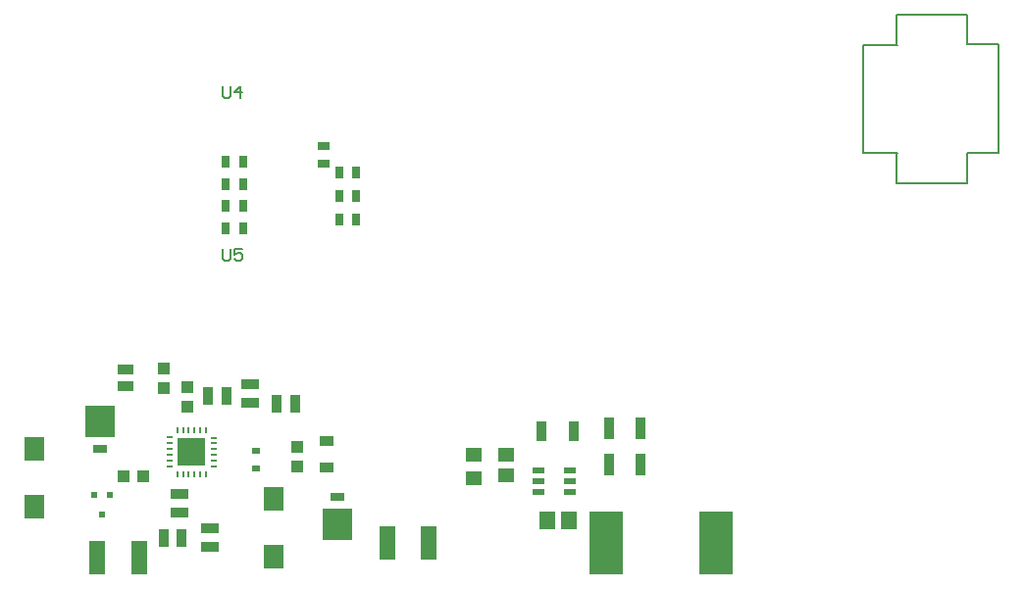
<source format=gbp>
G04*
G04 #@! TF.GenerationSoftware,Altium Limited,Altium Designer,22.9.1 (49)*
G04*
G04 Layer_Color=128*
%FSLAX24Y24*%
%MOIN*%
G70*
G04*
G04 #@! TF.SameCoordinates,1C4C81CE-4E44-4544-AACE-53C2D62CD198*
G04*
G04*
G04 #@! TF.FilePolarity,Positive*
G04*
G01*
G75*
%ADD15C,0.0070*%
%ADD24R,0.0394X0.0315*%
%ADD36R,0.0576X0.0494*%
%ADD38R,0.0354X0.0748*%
%ADD42R,0.0554X0.0615*%
%ADD43R,0.0374X0.0669*%
%ADD44R,0.0433X0.0236*%
%ADD93R,0.0315X0.0394*%
%ADD94R,0.0551X0.1142*%
%ADD95R,0.0500X0.0300*%
%ADD96R,0.1000X0.1051*%
%ADD97R,0.0236X0.0236*%
%ADD98R,0.0669X0.0787*%
%ADD99R,0.0315X0.0197*%
%ADD100R,0.0098X0.0236*%
%ADD101R,0.0236X0.0098*%
%ADD102R,0.0965X0.0965*%
%ADD103R,0.0374X0.0591*%
%ADD104R,0.0591X0.0374*%
%ADD105R,0.0394X0.0394*%
%ADD106R,0.0394X0.0394*%
%ADD107R,0.0531X0.0374*%
%ADD108R,0.0512X0.0354*%
%ADD109R,0.1181X0.2165*%
%ADD110R,0.0536X0.0455*%
D15*
X48066Y28296D02*
X49116D01*
X48066Y24596D02*
X49116D01*
X44526Y28286D02*
X45676D01*
X44526Y24606D02*
X45676D01*
X48066Y28296D02*
Y29321D01*
X45666D02*
X48066D01*
X45666Y23571D02*
X48066D01*
Y24596D01*
X44526Y24606D02*
Y28286D01*
X45666Y28296D02*
Y29321D01*
Y23571D02*
Y24596D01*
X49116D02*
Y28296D01*
X22750Y21356D02*
Y21023D01*
X22816Y20956D01*
X22950D01*
X23016Y21023D01*
Y21356D01*
X23416D02*
X23150D01*
Y21156D01*
X23283Y21223D01*
X23349D01*
X23416Y21156D01*
Y21023D01*
X23349Y20956D01*
X23216D01*
X23150Y21023D01*
X22750Y26863D02*
Y26530D01*
X22816Y26463D01*
X22950D01*
X23016Y26530D01*
Y26863D01*
X23349Y26463D02*
Y26863D01*
X23150Y26663D01*
X23416D01*
D24*
X26200Y24255D02*
D03*
Y24845D02*
D03*
D36*
X31300Y14357D02*
D03*
Y13550D02*
D03*
D38*
X36950Y15250D02*
D03*
X35887D02*
D03*
X35900Y14000D02*
D03*
X36963D02*
D03*
D42*
X34525Y12100D02*
D03*
X33775D02*
D03*
D43*
X34700Y15150D02*
D03*
X33598D02*
D03*
D44*
X34550Y13076D02*
D03*
X33487D02*
D03*
Y13446D02*
D03*
X34550Y13824D02*
D03*
X33487D02*
D03*
X34550Y13450D02*
D03*
D93*
X27295Y23950D02*
D03*
X26705D02*
D03*
X27295Y23150D02*
D03*
X26705D02*
D03*
X27295Y22350D02*
D03*
X26705D02*
D03*
X22855Y24300D02*
D03*
X23445D02*
D03*
X22855Y23550D02*
D03*
X23445D02*
D03*
X22855Y22800D02*
D03*
X23445D02*
D03*
X22855Y22050D02*
D03*
X23445D02*
D03*
D94*
X19908Y10842D02*
D03*
X18491D02*
D03*
X28349Y11348D02*
D03*
X29766D02*
D03*
D95*
X18579Y14546D02*
D03*
X26660Y12912D02*
D03*
D96*
X18579Y15471D02*
D03*
X26660Y11987D02*
D03*
D97*
X18657Y12300D02*
D03*
X18401Y12970D02*
D03*
X18913D02*
D03*
D98*
X16350Y12566D02*
D03*
Y14534D02*
D03*
X24495Y10885D02*
D03*
Y12854D02*
D03*
D99*
X23886Y14464D02*
D03*
Y13874D02*
D03*
D100*
X21207Y13685D02*
D03*
X22192D02*
D03*
X21995D02*
D03*
X21798D02*
D03*
X21601D02*
D03*
X21404D02*
D03*
X21207Y15181D02*
D03*
X22192D02*
D03*
X21995D02*
D03*
X21798D02*
D03*
X21601D02*
D03*
X21404D02*
D03*
D101*
X22446Y13942D02*
D03*
Y14926D02*
D03*
Y14533D02*
D03*
Y14336D02*
D03*
Y14139D02*
D03*
X20950Y13948D02*
D03*
Y14933D02*
D03*
Y14736D02*
D03*
Y14539D02*
D03*
Y14342D02*
D03*
Y14145D02*
D03*
X22446Y14730D02*
D03*
D102*
X21698Y14433D02*
D03*
D103*
X22252Y16354D02*
D03*
X22882D02*
D03*
X20737Y11514D02*
D03*
X21367D02*
D03*
X24584Y16067D02*
D03*
X25214D02*
D03*
D104*
X22306Y11227D02*
D03*
Y11857D02*
D03*
X21281Y13005D02*
D03*
Y12375D02*
D03*
X23682Y16756D02*
D03*
Y16126D02*
D03*
D105*
X21563Y15985D02*
D03*
Y16655D02*
D03*
X20751Y16625D02*
D03*
Y17295D02*
D03*
X25296Y14611D02*
D03*
Y13941D02*
D03*
D106*
X19388Y13628D02*
D03*
X20057D02*
D03*
D107*
X19463Y17254D02*
D03*
Y16664D02*
D03*
D108*
X26271Y14805D02*
D03*
Y13899D02*
D03*
D109*
X39514Y11339D02*
D03*
X35774D02*
D03*
D110*
X32400Y14345D02*
D03*
Y13655D02*
D03*
M02*

</source>
